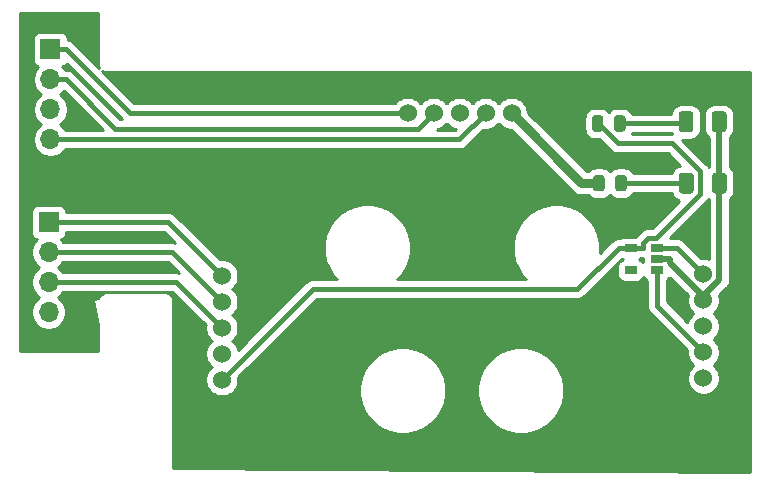
<source format=gbr>
%TF.GenerationSoftware,KiCad,Pcbnew,5.1.6-c6e7f7d~87~ubuntu20.04.1*%
%TF.CreationDate,2022-02-26T19:36:22+01:00*%
%TF.ProjectId,pick_n_place_head,7069636b-5f6e-45f7-906c-6163655f6865,rev?*%
%TF.SameCoordinates,PX5f36538PY5a45498*%
%TF.FileFunction,Copper,L1,Top*%
%TF.FilePolarity,Positive*%
%FSLAX46Y46*%
G04 Gerber Fmt 4.6, Leading zero omitted, Abs format (unit mm)*
G04 Created by KiCad (PCBNEW 5.1.6-c6e7f7d~87~ubuntu20.04.1) date 2022-02-26 19:36:22*
%MOMM*%
%LPD*%
G01*
G04 APERTURE LIST*
%TA.AperFunction,ComponentPad*%
%ADD10O,1.700000X1.700000*%
%TD*%
%TA.AperFunction,ComponentPad*%
%ADD11R,1.700000X1.700000*%
%TD*%
%TA.AperFunction,ComponentPad*%
%ADD12C,1.524000*%
%TD*%
%TA.AperFunction,SMDPad,CuDef*%
%ADD13R,1.060000X0.650000*%
%TD*%
%TA.AperFunction,Conductor*%
%ADD14C,0.400000*%
%TD*%
%TA.AperFunction,Conductor*%
%ADD15C,0.500000*%
%TD*%
%TA.AperFunction,Conductor*%
%ADD16C,0.800000*%
%TD*%
%TA.AperFunction,NonConductor*%
%ADD17C,0.254000*%
%TD*%
G04 APERTURE END LIST*
D10*
%TO.P,Amot1,4*%
%TO.N,A2B*%
X-9565640Y28285440D03*
%TO.P,Amot1,3*%
%TO.N,A1B*%
X-9565640Y30825440D03*
%TO.P,Amot1,2*%
%TO.N,A2A*%
X-9565640Y33365440D03*
D11*
%TO.P,Amot1,1*%
%TO.N,A1A*%
X-9565640Y35905440D03*
%TD*%
%TO.P,blue1,2*%
%TO.N,Net-(R1-Pad2)*%
%TA.AperFunction,SMDPad,CuDef*%
G36*
G01*
X44901760Y25202040D02*
X44901760Y23952040D01*
G75*
G02*
X44651760Y23702040I-250000J0D01*
G01*
X43901760Y23702040D01*
G75*
G02*
X43651760Y23952040I0J250000D01*
G01*
X43651760Y25202040D01*
G75*
G02*
X43901760Y25452040I250000J0D01*
G01*
X44651760Y25452040D01*
G75*
G02*
X44901760Y25202040I0J-250000D01*
G01*
G37*
%TD.AperFunction*%
%TO.P,blue1,1*%
%TO.N,GND*%
%TA.AperFunction,SMDPad,CuDef*%
G36*
G01*
X47701760Y25202040D02*
X47701760Y23952040D01*
G75*
G02*
X47451760Y23702040I-250000J0D01*
G01*
X46701760Y23702040D01*
G75*
G02*
X46451760Y23952040I0J250000D01*
G01*
X46451760Y25202040D01*
G75*
G02*
X46701760Y25452040I250000J0D01*
G01*
X47451760Y25452040D01*
G75*
G02*
X47701760Y25202040I0J-250000D01*
G01*
G37*
%TD.AperFunction*%
%TD*%
%TO.P,green1,1*%
%TO.N,GND*%
%TA.AperFunction,SMDPad,CuDef*%
G36*
G01*
X47678760Y30409040D02*
X47678760Y29159040D01*
G75*
G02*
X47428760Y28909040I-250000J0D01*
G01*
X46678760Y28909040D01*
G75*
G02*
X46428760Y29159040I0J250000D01*
G01*
X46428760Y30409040D01*
G75*
G02*
X46678760Y30659040I250000J0D01*
G01*
X47428760Y30659040D01*
G75*
G02*
X47678760Y30409040I0J-250000D01*
G01*
G37*
%TD.AperFunction*%
%TO.P,green1,2*%
%TO.N,Net-(R2-Pad2)*%
%TA.AperFunction,SMDPad,CuDef*%
G36*
G01*
X44878760Y30409040D02*
X44878760Y29159040D01*
G75*
G02*
X44628760Y28909040I-250000J0D01*
G01*
X43878760Y28909040D01*
G75*
G02*
X43628760Y29159040I0J250000D01*
G01*
X43628760Y30409040D01*
G75*
G02*
X43878760Y30659040I250000J0D01*
G01*
X44628760Y30659040D01*
G75*
G02*
X44878760Y30409040I0J-250000D01*
G01*
G37*
%TD.AperFunction*%
%TD*%
D12*
%TO.P,M1,1*%
%TO.N,Z1A*%
X4962760Y16734240D03*
%TO.P,M1,2*%
%TO.N,Z2A*%
X4962760Y14534240D03*
%TO.P,M1,3*%
%TO.N,Z1B*%
X4962760Y12334240D03*
%TO.P,M1,4*%
%TO.N,Z2B*%
X4962760Y10134240D03*
%TO.P,M1,5*%
%TO.N,+3V3*%
X4962760Y7934240D03*
%TD*%
%TO.P,M2,5*%
%TO.N,pwm*%
X45729760Y8061240D03*
%TO.P,M2,4*%
%TO.N,SCL*%
X45729760Y10261240D03*
%TO.P,M2,3*%
%TO.N,limZ*%
X45729760Y12461240D03*
%TO.P,M2,2*%
%TO.N,GND*%
X45729760Y14661240D03*
%TO.P,M2,1*%
%TO.N,SDA*%
X45729760Y16861240D03*
%TD*%
%TO.P,M3,1*%
%TO.N,+12V*%
X29479760Y30495240D03*
%TO.P,M3,2*%
%TO.N,A2B*%
X27279760Y30495240D03*
%TO.P,M3,3*%
%TO.N,A1B*%
X25079760Y30495240D03*
%TO.P,M3,4*%
%TO.N,A2A*%
X22879760Y30495240D03*
%TO.P,M3,5*%
%TO.N,A1A*%
X20679760Y30495240D03*
%TD*%
%TO.P,R1,2*%
%TO.N,Net-(R1-Pad2)*%
%TA.AperFunction,SMDPad,CuDef*%
G36*
G01*
X38257760Y24120790D02*
X38257760Y25033290D01*
G75*
G02*
X38501510Y25277040I243750J0D01*
G01*
X38989010Y25277040D01*
G75*
G02*
X39232760Y25033290I0J-243750D01*
G01*
X39232760Y24120790D01*
G75*
G02*
X38989010Y23877040I-243750J0D01*
G01*
X38501510Y23877040D01*
G75*
G02*
X38257760Y24120790I0J243750D01*
G01*
G37*
%TD.AperFunction*%
%TO.P,R1,1*%
%TO.N,+12V*%
%TA.AperFunction,SMDPad,CuDef*%
G36*
G01*
X36382760Y24120790D02*
X36382760Y25033290D01*
G75*
G02*
X36626510Y25277040I243750J0D01*
G01*
X37114010Y25277040D01*
G75*
G02*
X37357760Y25033290I0J-243750D01*
G01*
X37357760Y24120790D01*
G75*
G02*
X37114010Y23877040I-243750J0D01*
G01*
X36626510Y23877040D01*
G75*
G02*
X36382760Y24120790I0J243750D01*
G01*
G37*
%TD.AperFunction*%
%TD*%
%TO.P,R2,1*%
%TO.N,+3V3*%
%TA.AperFunction,SMDPad,CuDef*%
G36*
G01*
X36278760Y29175390D02*
X36278760Y30087890D01*
G75*
G02*
X36522510Y30331640I243750J0D01*
G01*
X37010010Y30331640D01*
G75*
G02*
X37253760Y30087890I0J-243750D01*
G01*
X37253760Y29175390D01*
G75*
G02*
X37010010Y28931640I-243750J0D01*
G01*
X36522510Y28931640D01*
G75*
G02*
X36278760Y29175390I0J243750D01*
G01*
G37*
%TD.AperFunction*%
%TO.P,R2,2*%
%TO.N,Net-(R2-Pad2)*%
%TA.AperFunction,SMDPad,CuDef*%
G36*
G01*
X38153760Y29175390D02*
X38153760Y30087890D01*
G75*
G02*
X38397510Y30331640I243750J0D01*
G01*
X38885010Y30331640D01*
G75*
G02*
X39128760Y30087890I0J-243750D01*
G01*
X39128760Y29175390D01*
G75*
G02*
X38885010Y28931640I-243750J0D01*
G01*
X38397510Y28931640D01*
G75*
G02*
X38153760Y29175390I0J243750D01*
G01*
G37*
%TD.AperFunction*%
%TD*%
D13*
%TO.P,U1,1*%
%TO.N,SCL*%
X41775760Y17200840D03*
%TO.P,U1,2*%
%TO.N,GND*%
X41775760Y18150840D03*
%TO.P,U1,3*%
%TO.N,SDA*%
X41775760Y19100840D03*
%TO.P,U1,4*%
%TO.N,+3V3*%
X39575760Y19100840D03*
%TO.P,U1,5*%
%TO.N,Net-(U1-Pad5)*%
X39575760Y17200840D03*
%TD*%
D11*
%TO.P,Zmot1,1*%
%TO.N,Z1A*%
X-9718040Y21275040D03*
D10*
%TO.P,Zmot1,2*%
%TO.N,Z2A*%
X-9718040Y18735040D03*
%TO.P,Zmot1,3*%
%TO.N,Z1B*%
X-9718040Y16195040D03*
%TO.P,Zmot1,4*%
%TO.N,Z2B*%
X-9718040Y13655040D03*
%TD*%
D14*
%TO.N,A2B*%
X-9565640Y28285440D02*
X-8215340Y28285440D01*
X27279760Y30495240D02*
X25069960Y28285440D01*
X25069960Y28285440D02*
X-8215340Y28285440D01*
%TO.N,A2A*%
X-9565640Y33365440D02*
X-8215340Y33365440D01*
X22879760Y30495240D02*
X21587760Y29203240D01*
X21587760Y29203240D02*
X-4053140Y29203240D01*
X-4053140Y29203240D02*
X-8215340Y33365440D01*
%TO.N,A1A*%
X20679760Y30495240D02*
X-2805140Y30495240D01*
X-2805140Y30495240D02*
X-8215340Y35905440D01*
X-9565640Y35905440D02*
X-8215340Y35905440D01*
%TO.N,Net-(R1-Pad2)*%
X38745260Y24577040D02*
X44276760Y24577040D01*
D15*
%TO.N,GND*%
X45726560Y14990040D02*
X47076760Y16340240D01*
X47076760Y16340240D02*
X47076760Y24577040D01*
X45729760Y14661240D02*
X45726460Y14664540D01*
X45726460Y14664540D02*
X45726460Y14989940D01*
X45726460Y14989940D02*
X45726560Y14990040D01*
X42856060Y18150840D02*
X42856060Y17860440D01*
X42856060Y17860440D02*
X45726560Y14990040D01*
X41775760Y18150840D02*
X42856060Y18150840D01*
X47053760Y29784040D02*
X47076760Y29761040D01*
X47076760Y29761040D02*
X47076760Y24577040D01*
D14*
%TO.N,Net-(R2-Pad2)*%
X38641260Y29631640D02*
X44101360Y29631640D01*
X44101360Y29631640D02*
X44253760Y29784040D01*
%TO.N,Z1A*%
X-9718040Y21275040D02*
X421960Y21275040D01*
X421960Y21275040D02*
X4962760Y16734240D01*
%TO.N,Z2A*%
X-9718040Y18735040D02*
X761960Y18735040D01*
X761960Y18735040D02*
X4962760Y14534240D01*
%TO.N,Z1B*%
X-9718040Y16195040D02*
X1101960Y16195040D01*
X1101960Y16195040D02*
X4962760Y12334240D01*
%TO.N,+3V3*%
X39575760Y19100840D02*
X38545460Y19100840D01*
X38545460Y19100840D02*
X35054960Y15610340D01*
X35054960Y15610340D02*
X12638860Y15610340D01*
X12638860Y15610340D02*
X4962760Y7934240D01*
X39915860Y19100840D02*
X39575760Y19100840D01*
X39915860Y19100840D02*
X40606060Y19100840D01*
X40606060Y19100840D02*
X40606060Y19513540D01*
X40606060Y19513540D02*
X41018660Y19926140D01*
X41018660Y19926140D02*
X41695960Y19926140D01*
X41695960Y19926140D02*
X45416160Y23646340D01*
X45416160Y23646340D02*
X45416160Y25572140D01*
X45416160Y25572140D02*
X43049760Y27938540D01*
X43049760Y27938540D02*
X38459360Y27938540D01*
X38459360Y27938540D02*
X36766260Y29631640D01*
%TO.N,SCL*%
X41775760Y17200840D02*
X41775760Y14215240D01*
X41775760Y14215240D02*
X45729760Y10261240D01*
%TO.N,SDA*%
X41775760Y19100840D02*
X43490160Y19100840D01*
X43490160Y19100840D02*
X45729760Y16861240D01*
D16*
%TO.N,+12V*%
X36870260Y24577040D02*
X35397960Y24577040D01*
X35397960Y24577040D02*
X29479760Y30495240D01*
%TD*%
D17*
G36*
X-5522240Y34689287D02*
G01*
X-5525554Y34655640D01*
X-5512328Y34521357D01*
X-5473159Y34392234D01*
X-5417919Y34288886D01*
X-7595894Y36466861D01*
X-7622049Y36498731D01*
X-7749194Y36603076D01*
X-7894253Y36680612D01*
X-8051651Y36728358D01*
X-8077568Y36730911D01*
X-8077568Y36755440D01*
X-8089828Y36879922D01*
X-8126138Y36999620D01*
X-8185103Y37109934D01*
X-8264455Y37206625D01*
X-8361146Y37285977D01*
X-8471460Y37344942D01*
X-8591158Y37381252D01*
X-8715640Y37393512D01*
X-10415640Y37393512D01*
X-10540122Y37381252D01*
X-10659820Y37344942D01*
X-10770134Y37285977D01*
X-10866825Y37206625D01*
X-10946177Y37109934D01*
X-11005142Y36999620D01*
X-11041452Y36879922D01*
X-11053712Y36755440D01*
X-11053712Y35055440D01*
X-11041452Y34930958D01*
X-11005142Y34811260D01*
X-10946177Y34700946D01*
X-10866825Y34604255D01*
X-10770134Y34524903D01*
X-10659820Y34465938D01*
X-10587260Y34443927D01*
X-10719115Y34312072D01*
X-10881630Y34068851D01*
X-10993572Y33798598D01*
X-11050640Y33511700D01*
X-11050640Y33219180D01*
X-10993572Y32932282D01*
X-10881630Y32662029D01*
X-10719115Y32418808D01*
X-10512272Y32211965D01*
X-10337880Y32095440D01*
X-10512272Y31978915D01*
X-10719115Y31772072D01*
X-10881630Y31528851D01*
X-10993572Y31258598D01*
X-11050640Y30971700D01*
X-11050640Y30679180D01*
X-10993572Y30392282D01*
X-10881630Y30122029D01*
X-10719115Y29878808D01*
X-10512272Y29671965D01*
X-10337880Y29555440D01*
X-10512272Y29438915D01*
X-10719115Y29232072D01*
X-10881630Y28988851D01*
X-10993572Y28718598D01*
X-11050640Y28431700D01*
X-11050640Y28139180D01*
X-10993572Y27852282D01*
X-10881630Y27582029D01*
X-10719115Y27338808D01*
X-10512272Y27131965D01*
X-10269051Y26969450D01*
X-9998798Y26857508D01*
X-9711900Y26800440D01*
X-9419380Y26800440D01*
X-9132482Y26857508D01*
X-8862229Y26969450D01*
X-8619008Y27131965D01*
X-8412165Y27338808D01*
X-8337575Y27450440D01*
X25028942Y27450440D01*
X25069960Y27446400D01*
X25110978Y27450440D01*
X25110979Y27450440D01*
X25233649Y27462522D01*
X25391047Y27510268D01*
X25536106Y27587804D01*
X25663251Y27692149D01*
X25689406Y27724019D01*
X27076658Y29111271D01*
X27142168Y29098240D01*
X27417352Y29098240D01*
X27687250Y29151926D01*
X27941487Y29257235D01*
X28170295Y29410120D01*
X28364880Y29604705D01*
X28379760Y29626974D01*
X28394640Y29604705D01*
X28589225Y29410120D01*
X28818033Y29257235D01*
X29072270Y29151926D01*
X29342168Y29098240D01*
X29413050Y29098240D01*
X34630157Y23881132D01*
X34662564Y23841644D01*
X34702052Y23809237D01*
X34820162Y23712306D01*
X34866089Y23687758D01*
X34999967Y23616199D01*
X35195065Y23557016D01*
X35347122Y23542040D01*
X35347125Y23542040D01*
X35397960Y23537033D01*
X35448795Y23542040D01*
X35966208Y23542040D01*
X36002968Y23497248D01*
X36136596Y23387582D01*
X36289051Y23306093D01*
X36454475Y23255912D01*
X36626510Y23238968D01*
X37114010Y23238968D01*
X37286045Y23255912D01*
X37451469Y23306093D01*
X37603924Y23387582D01*
X37737552Y23497248D01*
X37807760Y23582796D01*
X37877968Y23497248D01*
X38011596Y23387582D01*
X38164051Y23306093D01*
X38329475Y23255912D01*
X38501510Y23238968D01*
X38989010Y23238968D01*
X39161045Y23255912D01*
X39326469Y23306093D01*
X39478924Y23387582D01*
X39612552Y23497248D01*
X39722218Y23630876D01*
X39781636Y23742040D01*
X43041899Y23742040D01*
X43081288Y23612190D01*
X43163355Y23458654D01*
X43273798Y23324078D01*
X43408374Y23213635D01*
X43561910Y23131568D01*
X43683605Y23094653D01*
X41350093Y20761140D01*
X41059678Y20761140D01*
X41018660Y20765180D01*
X40977642Y20761140D01*
X40977641Y20761140D01*
X40854971Y20749058D01*
X40697573Y20701312D01*
X40552514Y20623776D01*
X40425369Y20519431D01*
X40399221Y20487569D01*
X40044634Y20132981D01*
X40012770Y20106831D01*
X39977547Y20063912D01*
X39045760Y20063912D01*
X38921278Y20051652D01*
X38801580Y20015342D01*
X38691266Y19956377D01*
X38666242Y19935840D01*
X38586467Y19935840D01*
X38545459Y19939879D01*
X38504451Y19935840D01*
X38504441Y19935840D01*
X38381771Y19923758D01*
X38224373Y19876012D01*
X38079314Y19798476D01*
X37952169Y19694131D01*
X37926019Y19662267D01*
X36935935Y18672183D01*
X36949919Y18742486D01*
X36949919Y19468794D01*
X36808224Y20181145D01*
X36530278Y20852165D01*
X36126764Y21456067D01*
X35613187Y21969644D01*
X35009285Y22373158D01*
X34338265Y22651104D01*
X33625914Y22792799D01*
X32899606Y22792799D01*
X32187255Y22651104D01*
X31516235Y22373158D01*
X30912333Y21969644D01*
X30398756Y21456067D01*
X29995242Y20852165D01*
X29717296Y20181145D01*
X29575601Y19468794D01*
X29575601Y18742486D01*
X29717296Y18030135D01*
X29995242Y17359115D01*
X30398756Y16755213D01*
X30708629Y16445340D01*
X19816891Y16445340D01*
X20126764Y16755213D01*
X20530278Y17359115D01*
X20808224Y18030135D01*
X20949919Y18742486D01*
X20949919Y19468794D01*
X20808224Y20181145D01*
X20530278Y20852165D01*
X20126764Y21456067D01*
X19613187Y21969644D01*
X19009285Y22373158D01*
X18338265Y22651104D01*
X17625914Y22792799D01*
X16899606Y22792799D01*
X16187255Y22651104D01*
X15516235Y22373158D01*
X14912333Y21969644D01*
X14398756Y21456067D01*
X13995242Y20852165D01*
X13717296Y20181145D01*
X13575601Y19468794D01*
X13575601Y18742486D01*
X13717296Y18030135D01*
X13995242Y17359115D01*
X14398756Y16755213D01*
X14708629Y16445340D01*
X12679878Y16445340D01*
X12638860Y16449380D01*
X12597842Y16445340D01*
X12597841Y16445340D01*
X12475171Y16433258D01*
X12317773Y16385512D01*
X12172714Y16307976D01*
X12045569Y16203631D01*
X12019423Y16171772D01*
X6319896Y10472243D01*
X6306074Y10541730D01*
X6200765Y10795967D01*
X6047880Y11024775D01*
X5853295Y11219360D01*
X5831026Y11234240D01*
X5853295Y11249120D01*
X6047880Y11443705D01*
X6200765Y11672513D01*
X6306074Y11926750D01*
X6359760Y12196648D01*
X6359760Y12471832D01*
X6306074Y12741730D01*
X6200765Y12995967D01*
X6047880Y13224775D01*
X5853295Y13419360D01*
X5831026Y13434240D01*
X5853295Y13449120D01*
X6047880Y13643705D01*
X6200765Y13872513D01*
X6306074Y14126750D01*
X6359760Y14396648D01*
X6359760Y14671832D01*
X6306074Y14941730D01*
X6200765Y15195967D01*
X6047880Y15424775D01*
X5853295Y15619360D01*
X5831026Y15634240D01*
X5853295Y15649120D01*
X6047880Y15843705D01*
X6200765Y16072513D01*
X6306074Y16326750D01*
X6359760Y16596648D01*
X6359760Y16871832D01*
X6306074Y17141730D01*
X6200765Y17395967D01*
X6047880Y17624775D01*
X5853295Y17819360D01*
X5624487Y17972245D01*
X5370250Y18077554D01*
X5100352Y18131240D01*
X4825168Y18131240D01*
X4759659Y18118209D01*
X1041406Y21836461D01*
X1015251Y21868331D01*
X888106Y21972676D01*
X743047Y22050212D01*
X585649Y22097958D01*
X462979Y22110040D01*
X462978Y22110040D01*
X421960Y22114080D01*
X380942Y22110040D01*
X-8229968Y22110040D01*
X-8229968Y22125040D01*
X-8242228Y22249522D01*
X-8278538Y22369220D01*
X-8337503Y22479534D01*
X-8416855Y22576225D01*
X-8513546Y22655577D01*
X-8623860Y22714542D01*
X-8743558Y22750852D01*
X-8868040Y22763112D01*
X-10568040Y22763112D01*
X-10692522Y22750852D01*
X-10812220Y22714542D01*
X-10922534Y22655577D01*
X-11019225Y22576225D01*
X-11098577Y22479534D01*
X-11157542Y22369220D01*
X-11193852Y22249522D01*
X-11206112Y22125040D01*
X-11206112Y20425040D01*
X-11193852Y20300558D01*
X-11157542Y20180860D01*
X-11098577Y20070546D01*
X-11019225Y19973855D01*
X-10922534Y19894503D01*
X-10812220Y19835538D01*
X-10739660Y19813527D01*
X-10871515Y19681672D01*
X-11034030Y19438451D01*
X-11145972Y19168198D01*
X-11203040Y18881300D01*
X-11203040Y18588780D01*
X-11145972Y18301882D01*
X-11034030Y18031629D01*
X-10871515Y17788408D01*
X-10664672Y17581565D01*
X-10490280Y17465040D01*
X-10664672Y17348515D01*
X-10871515Y17141672D01*
X-11034030Y16898451D01*
X-11145972Y16628198D01*
X-11203040Y16341300D01*
X-11203040Y16048780D01*
X-11145972Y15761882D01*
X-11034030Y15491629D01*
X-10871515Y15248408D01*
X-10664672Y15041565D01*
X-10490280Y14925040D01*
X-10664672Y14808515D01*
X-10871515Y14601672D01*
X-11034030Y14358451D01*
X-11145972Y14088198D01*
X-11203040Y13801300D01*
X-11203040Y13508780D01*
X-11145972Y13221882D01*
X-11034030Y12951629D01*
X-10871515Y12708408D01*
X-10664672Y12501565D01*
X-10421451Y12339050D01*
X-10151198Y12227108D01*
X-9864300Y12170040D01*
X-9571780Y12170040D01*
X-9284882Y12227108D01*
X-9014629Y12339050D01*
X-8771408Y12501565D01*
X-8564565Y12708408D01*
X-8402050Y12951629D01*
X-8290108Y13221882D01*
X-8233040Y13508780D01*
X-8233040Y13801300D01*
X-8290108Y14088198D01*
X-8402050Y14358451D01*
X-8564565Y14601672D01*
X-8771408Y14808515D01*
X-8945800Y14925040D01*
X-8771408Y15041565D01*
X-8564565Y15248408D01*
X-8489975Y15360040D01*
X756093Y15360040D01*
X3578791Y12537341D01*
X3565760Y12471832D01*
X3565760Y12196648D01*
X3619446Y11926750D01*
X3724755Y11672513D01*
X3877640Y11443705D01*
X4072225Y11249120D01*
X4094494Y11234240D01*
X4072225Y11219360D01*
X3877640Y11024775D01*
X3724755Y10795967D01*
X3619446Y10541730D01*
X3565760Y10271832D01*
X3565760Y9996648D01*
X3619446Y9726750D01*
X3724755Y9472513D01*
X3877640Y9243705D01*
X4072225Y9049120D01*
X4094494Y9034240D01*
X4072225Y9019360D01*
X3877640Y8824775D01*
X3724755Y8595967D01*
X3619446Y8341730D01*
X3565760Y8071832D01*
X3565760Y7796648D01*
X3619446Y7526750D01*
X3724755Y7272513D01*
X3877640Y7043705D01*
X4072225Y6849120D01*
X4301033Y6696235D01*
X4555270Y6590926D01*
X4825168Y6537240D01*
X5100352Y6537240D01*
X5370250Y6590926D01*
X5624487Y6696235D01*
X5853295Y6849120D01*
X6047880Y7043705D01*
X6200765Y7272513D01*
X6248930Y7388794D01*
X16575601Y7388794D01*
X16575601Y6662486D01*
X16717296Y5950135D01*
X16995242Y5279115D01*
X17398756Y4675213D01*
X17912333Y4161636D01*
X18516235Y3758122D01*
X19187255Y3480176D01*
X19899606Y3338481D01*
X20625914Y3338481D01*
X21338265Y3480176D01*
X22009285Y3758122D01*
X22613187Y4161636D01*
X23126764Y4675213D01*
X23530278Y5279115D01*
X23808224Y5950135D01*
X23949919Y6662486D01*
X23949919Y7388794D01*
X26575601Y7388794D01*
X26575601Y6662486D01*
X26717296Y5950135D01*
X26995242Y5279115D01*
X27398756Y4675213D01*
X27912333Y4161636D01*
X28516235Y3758122D01*
X29187255Y3480176D01*
X29899606Y3338481D01*
X30625914Y3338481D01*
X31338265Y3480176D01*
X32009285Y3758122D01*
X32613187Y4161636D01*
X33126764Y4675213D01*
X33530278Y5279115D01*
X33808224Y5950135D01*
X33949919Y6662486D01*
X33949919Y7388794D01*
X33808224Y8101145D01*
X33530278Y8772165D01*
X33126764Y9376067D01*
X32613187Y9889644D01*
X32009285Y10293158D01*
X31338265Y10571104D01*
X30625914Y10712799D01*
X29899606Y10712799D01*
X29187255Y10571104D01*
X28516235Y10293158D01*
X27912333Y9889644D01*
X27398756Y9376067D01*
X26995242Y8772165D01*
X26717296Y8101145D01*
X26575601Y7388794D01*
X23949919Y7388794D01*
X23808224Y8101145D01*
X23530278Y8772165D01*
X23126764Y9376067D01*
X22613187Y9889644D01*
X22009285Y10293158D01*
X21338265Y10571104D01*
X20625914Y10712799D01*
X19899606Y10712799D01*
X19187255Y10571104D01*
X18516235Y10293158D01*
X17912333Y9889644D01*
X17398756Y9376067D01*
X16995242Y8772165D01*
X16717296Y8101145D01*
X16575601Y7388794D01*
X6248930Y7388794D01*
X6306074Y7526750D01*
X6359760Y7796648D01*
X6359760Y8071832D01*
X6346729Y8137342D01*
X12984729Y14775340D01*
X35013942Y14775340D01*
X35054960Y14771300D01*
X35095978Y14775340D01*
X35095979Y14775340D01*
X35218649Y14787422D01*
X35376047Y14835168D01*
X35521106Y14912704D01*
X35648251Y15017049D01*
X35674406Y15048919D01*
X38558247Y17932760D01*
X38515223Y17880334D01*
X38456258Y17770020D01*
X38419948Y17650322D01*
X38407688Y17525840D01*
X38407688Y16875840D01*
X38419948Y16751358D01*
X38456258Y16631660D01*
X38515223Y16521346D01*
X38594575Y16424655D01*
X38691266Y16345303D01*
X38801580Y16286338D01*
X38921278Y16250028D01*
X39045760Y16237768D01*
X40105760Y16237768D01*
X40230242Y16250028D01*
X40349940Y16286338D01*
X40460254Y16345303D01*
X40556945Y16424655D01*
X40636297Y16521346D01*
X40675760Y16595175D01*
X40715223Y16521346D01*
X40794575Y16424655D01*
X40891266Y16345303D01*
X40940760Y16318847D01*
X40940761Y14256268D01*
X40936720Y14215240D01*
X40952842Y14051552D01*
X41000588Y13894154D01*
X41072793Y13759069D01*
X41078125Y13749094D01*
X41182470Y13621949D01*
X41214334Y13595799D01*
X44345791Y10464342D01*
X44332760Y10398832D01*
X44332760Y10123648D01*
X44386446Y9853750D01*
X44491755Y9599513D01*
X44644640Y9370705D01*
X44839225Y9176120D01*
X44861494Y9161240D01*
X44839225Y9146360D01*
X44644640Y8951775D01*
X44491755Y8722967D01*
X44386446Y8468730D01*
X44332760Y8198832D01*
X44332760Y7923648D01*
X44386446Y7653750D01*
X44491755Y7399513D01*
X44644640Y7170705D01*
X44839225Y6976120D01*
X45068033Y6823235D01*
X45322270Y6717926D01*
X45592168Y6664240D01*
X45867352Y6664240D01*
X46137250Y6717926D01*
X46391487Y6823235D01*
X46620295Y6976120D01*
X46814880Y7170705D01*
X46967765Y7399513D01*
X47073074Y7653750D01*
X47126760Y7923648D01*
X47126760Y8198832D01*
X47073074Y8468730D01*
X46967765Y8722967D01*
X46814880Y8951775D01*
X46620295Y9146360D01*
X46598026Y9161240D01*
X46620295Y9176120D01*
X46814880Y9370705D01*
X46967765Y9599513D01*
X47073074Y9853750D01*
X47126760Y10123648D01*
X47126760Y10398832D01*
X47073074Y10668730D01*
X46967765Y10922967D01*
X46814880Y11151775D01*
X46620295Y11346360D01*
X46598026Y11361240D01*
X46620295Y11376120D01*
X46814880Y11570705D01*
X46967765Y11799513D01*
X47073074Y12053750D01*
X47126760Y12323648D01*
X47126760Y12598832D01*
X47073074Y12868730D01*
X46967765Y13122967D01*
X46814880Y13351775D01*
X46620295Y13546360D01*
X46598026Y13561240D01*
X46620295Y13576120D01*
X46814880Y13770705D01*
X46967765Y13999513D01*
X47073074Y14253750D01*
X47126760Y14523648D01*
X47126760Y14798832D01*
X47073074Y15068730D01*
X47068316Y15080217D01*
X47671810Y15683711D01*
X47705577Y15711423D01*
X47734250Y15746360D01*
X47816170Y15846180D01*
X47816171Y15846181D01*
X47898349Y15999927D01*
X47948955Y16166750D01*
X47961760Y16296763D01*
X47961760Y16296773D01*
X47966041Y16340239D01*
X47961760Y16383705D01*
X47961760Y23227270D01*
X48079722Y23324078D01*
X48190165Y23458654D01*
X48272232Y23612190D01*
X48322768Y23778786D01*
X48339832Y23952040D01*
X48339832Y25202040D01*
X48322768Y25375294D01*
X48272232Y25541890D01*
X48190165Y25695426D01*
X48079722Y25830002D01*
X47961760Y25926810D01*
X47961760Y28453145D01*
X48056722Y28531078D01*
X48167165Y28665654D01*
X48249232Y28819190D01*
X48299768Y28985786D01*
X48316832Y29159040D01*
X48316832Y30409040D01*
X48299768Y30582294D01*
X48249232Y30748890D01*
X48167165Y30902426D01*
X48056722Y31037002D01*
X47922146Y31147445D01*
X47768610Y31229512D01*
X47602014Y31280048D01*
X47428760Y31297112D01*
X46678760Y31297112D01*
X46505506Y31280048D01*
X46338910Y31229512D01*
X46185374Y31147445D01*
X46050798Y31037002D01*
X45940355Y30902426D01*
X45858288Y30748890D01*
X45807752Y30582294D01*
X45790688Y30409040D01*
X45790688Y29159040D01*
X45807752Y28985786D01*
X45858288Y28819190D01*
X45940355Y28665654D01*
X46050798Y28531078D01*
X46185374Y28420635D01*
X46191760Y28417221D01*
X46191761Y25926811D01*
X46178985Y25916326D01*
X46113796Y26038286D01*
X46009451Y26165431D01*
X45977587Y26191581D01*
X43898199Y28270968D01*
X44628760Y28270968D01*
X44802014Y28288032D01*
X44968610Y28338568D01*
X45122146Y28420635D01*
X45256722Y28531078D01*
X45367165Y28665654D01*
X45449232Y28819190D01*
X45499768Y28985786D01*
X45516832Y29159040D01*
X45516832Y30409040D01*
X45499768Y30582294D01*
X45449232Y30748890D01*
X45367165Y30902426D01*
X45256722Y31037002D01*
X45122146Y31147445D01*
X44968610Y31229512D01*
X44802014Y31280048D01*
X44628760Y31297112D01*
X43878760Y31297112D01*
X43705506Y31280048D01*
X43538910Y31229512D01*
X43385374Y31147445D01*
X43250798Y31037002D01*
X43140355Y30902426D01*
X43058288Y30748890D01*
X43007752Y30582294D01*
X42996361Y30466640D01*
X39677636Y30466640D01*
X39618218Y30577804D01*
X39508552Y30711432D01*
X39374924Y30821098D01*
X39222469Y30902587D01*
X39057045Y30952768D01*
X38885010Y30969712D01*
X38397510Y30969712D01*
X38225475Y30952768D01*
X38060051Y30902587D01*
X37907596Y30821098D01*
X37773968Y30711432D01*
X37703760Y30625884D01*
X37633552Y30711432D01*
X37499924Y30821098D01*
X37347469Y30902587D01*
X37182045Y30952768D01*
X37010010Y30969712D01*
X36522510Y30969712D01*
X36350475Y30952768D01*
X36185051Y30902587D01*
X36032596Y30821098D01*
X35898968Y30711432D01*
X35789302Y30577804D01*
X35707813Y30425349D01*
X35657632Y30259925D01*
X35640688Y30087890D01*
X35640688Y29175390D01*
X35657632Y29003355D01*
X35707813Y28837931D01*
X35789302Y28685476D01*
X35898968Y28551848D01*
X36032596Y28442182D01*
X36185051Y28360693D01*
X36350475Y28310512D01*
X36522510Y28293568D01*
X36923465Y28293568D01*
X37839919Y27377114D01*
X37866069Y27345249D01*
X37993214Y27240904D01*
X38138273Y27163368D01*
X38295671Y27115622D01*
X38459360Y27099500D01*
X38500378Y27103540D01*
X42703893Y27103540D01*
X43733857Y26073575D01*
X43728506Y26073048D01*
X43561910Y26022512D01*
X43408374Y25940445D01*
X43273798Y25830002D01*
X43163355Y25695426D01*
X43081288Y25541890D01*
X43041899Y25412040D01*
X39781636Y25412040D01*
X39722218Y25523204D01*
X39612552Y25656832D01*
X39478924Y25766498D01*
X39326469Y25847987D01*
X39161045Y25898168D01*
X38989010Y25915112D01*
X38501510Y25915112D01*
X38329475Y25898168D01*
X38164051Y25847987D01*
X38011596Y25766498D01*
X37877968Y25656832D01*
X37807760Y25571284D01*
X37737552Y25656832D01*
X37603924Y25766498D01*
X37451469Y25847987D01*
X37286045Y25898168D01*
X37114010Y25915112D01*
X36626510Y25915112D01*
X36454475Y25898168D01*
X36289051Y25847987D01*
X36136596Y25766498D01*
X36002968Y25656832D01*
X35966208Y25612040D01*
X35826671Y25612040D01*
X30876760Y30561950D01*
X30876760Y30632832D01*
X30823074Y30902730D01*
X30717765Y31156967D01*
X30564880Y31385775D01*
X30370295Y31580360D01*
X30141487Y31733245D01*
X29887250Y31838554D01*
X29617352Y31892240D01*
X29342168Y31892240D01*
X29072270Y31838554D01*
X28818033Y31733245D01*
X28589225Y31580360D01*
X28394640Y31385775D01*
X28379760Y31363506D01*
X28364880Y31385775D01*
X28170295Y31580360D01*
X27941487Y31733245D01*
X27687250Y31838554D01*
X27417352Y31892240D01*
X27142168Y31892240D01*
X26872270Y31838554D01*
X26618033Y31733245D01*
X26389225Y31580360D01*
X26194640Y31385775D01*
X26179760Y31363506D01*
X26164880Y31385775D01*
X25970295Y31580360D01*
X25741487Y31733245D01*
X25487250Y31838554D01*
X25217352Y31892240D01*
X24942168Y31892240D01*
X24672270Y31838554D01*
X24418033Y31733245D01*
X24189225Y31580360D01*
X23994640Y31385775D01*
X23979760Y31363506D01*
X23964880Y31385775D01*
X23770295Y31580360D01*
X23541487Y31733245D01*
X23287250Y31838554D01*
X23017352Y31892240D01*
X22742168Y31892240D01*
X22472270Y31838554D01*
X22218033Y31733245D01*
X21989225Y31580360D01*
X21794640Y31385775D01*
X21779760Y31363506D01*
X21764880Y31385775D01*
X21570295Y31580360D01*
X21341487Y31733245D01*
X21087250Y31838554D01*
X20817352Y31892240D01*
X20542168Y31892240D01*
X20272270Y31838554D01*
X20018033Y31733245D01*
X19789225Y31580360D01*
X19594640Y31385775D01*
X19557533Y31330240D01*
X-2459272Y31330240D01*
X-5203994Y34074961D01*
X-5100646Y34019721D01*
X-4971523Y33980552D01*
X-4837240Y33967326D01*
X-4803593Y33970640D01*
X49677760Y33970640D01*
X49677761Y129616D01*
X847760Y456255D01*
X847760Y14621993D01*
X851074Y14655640D01*
X837848Y14789923D01*
X798679Y14919046D01*
X735072Y15038047D01*
X649471Y15142351D01*
X545167Y15227952D01*
X426166Y15291559D01*
X297043Y15330728D01*
X196407Y15340640D01*
X162760Y15343954D01*
X129113Y15340640D01*
X-4803593Y15340640D01*
X-4837240Y15343954D01*
X-4870887Y15340640D01*
X-4971523Y15330728D01*
X-5100646Y15291559D01*
X-5219647Y15227952D01*
X-5323951Y15142351D01*
X-5409552Y15038047D01*
X-5473159Y14919046D01*
X-5501010Y14827234D01*
X-5860756Y14802829D01*
X-5885310Y14798717D01*
X-5908591Y14789894D01*
X-5929703Y14776699D01*
X-5947835Y14759638D01*
X-5962290Y14739368D01*
X-5972513Y14716668D01*
X-5978111Y14692409D01*
X-5978869Y14667524D01*
X-5976152Y14648645D01*
X-5522240Y12600160D01*
X-5522239Y10340640D01*
X-12152240Y10340640D01*
X-12152240Y38970640D01*
X-5522239Y38970640D01*
X-5522240Y34689287D01*
G37*
X-5522240Y34689287D02*
X-5525554Y34655640D01*
X-5512328Y34521357D01*
X-5473159Y34392234D01*
X-5417919Y34288886D01*
X-7595894Y36466861D01*
X-7622049Y36498731D01*
X-7749194Y36603076D01*
X-7894253Y36680612D01*
X-8051651Y36728358D01*
X-8077568Y36730911D01*
X-8077568Y36755440D01*
X-8089828Y36879922D01*
X-8126138Y36999620D01*
X-8185103Y37109934D01*
X-8264455Y37206625D01*
X-8361146Y37285977D01*
X-8471460Y37344942D01*
X-8591158Y37381252D01*
X-8715640Y37393512D01*
X-10415640Y37393512D01*
X-10540122Y37381252D01*
X-10659820Y37344942D01*
X-10770134Y37285977D01*
X-10866825Y37206625D01*
X-10946177Y37109934D01*
X-11005142Y36999620D01*
X-11041452Y36879922D01*
X-11053712Y36755440D01*
X-11053712Y35055440D01*
X-11041452Y34930958D01*
X-11005142Y34811260D01*
X-10946177Y34700946D01*
X-10866825Y34604255D01*
X-10770134Y34524903D01*
X-10659820Y34465938D01*
X-10587260Y34443927D01*
X-10719115Y34312072D01*
X-10881630Y34068851D01*
X-10993572Y33798598D01*
X-11050640Y33511700D01*
X-11050640Y33219180D01*
X-10993572Y32932282D01*
X-10881630Y32662029D01*
X-10719115Y32418808D01*
X-10512272Y32211965D01*
X-10337880Y32095440D01*
X-10512272Y31978915D01*
X-10719115Y31772072D01*
X-10881630Y31528851D01*
X-10993572Y31258598D01*
X-11050640Y30971700D01*
X-11050640Y30679180D01*
X-10993572Y30392282D01*
X-10881630Y30122029D01*
X-10719115Y29878808D01*
X-10512272Y29671965D01*
X-10337880Y29555440D01*
X-10512272Y29438915D01*
X-10719115Y29232072D01*
X-10881630Y28988851D01*
X-10993572Y28718598D01*
X-11050640Y28431700D01*
X-11050640Y28139180D01*
X-10993572Y27852282D01*
X-10881630Y27582029D01*
X-10719115Y27338808D01*
X-10512272Y27131965D01*
X-10269051Y26969450D01*
X-9998798Y26857508D01*
X-9711900Y26800440D01*
X-9419380Y26800440D01*
X-9132482Y26857508D01*
X-8862229Y26969450D01*
X-8619008Y27131965D01*
X-8412165Y27338808D01*
X-8337575Y27450440D01*
X25028942Y27450440D01*
X25069960Y27446400D01*
X25110978Y27450440D01*
X25110979Y27450440D01*
X25233649Y27462522D01*
X25391047Y27510268D01*
X25536106Y27587804D01*
X25663251Y27692149D01*
X25689406Y27724019D01*
X27076658Y29111271D01*
X27142168Y29098240D01*
X27417352Y29098240D01*
X27687250Y29151926D01*
X27941487Y29257235D01*
X28170295Y29410120D01*
X28364880Y29604705D01*
X28379760Y29626974D01*
X28394640Y29604705D01*
X28589225Y29410120D01*
X28818033Y29257235D01*
X29072270Y29151926D01*
X29342168Y29098240D01*
X29413050Y29098240D01*
X34630157Y23881132D01*
X34662564Y23841644D01*
X34702052Y23809237D01*
X34820162Y23712306D01*
X34866089Y23687758D01*
X34999967Y23616199D01*
X35195065Y23557016D01*
X35347122Y23542040D01*
X35347125Y23542040D01*
X35397960Y23537033D01*
X35448795Y23542040D01*
X35966208Y23542040D01*
X36002968Y23497248D01*
X36136596Y23387582D01*
X36289051Y23306093D01*
X36454475Y23255912D01*
X36626510Y23238968D01*
X37114010Y23238968D01*
X37286045Y23255912D01*
X37451469Y23306093D01*
X37603924Y23387582D01*
X37737552Y23497248D01*
X37807760Y23582796D01*
X37877968Y23497248D01*
X38011596Y23387582D01*
X38164051Y23306093D01*
X38329475Y23255912D01*
X38501510Y23238968D01*
X38989010Y23238968D01*
X39161045Y23255912D01*
X39326469Y23306093D01*
X39478924Y23387582D01*
X39612552Y23497248D01*
X39722218Y23630876D01*
X39781636Y23742040D01*
X43041899Y23742040D01*
X43081288Y23612190D01*
X43163355Y23458654D01*
X43273798Y23324078D01*
X43408374Y23213635D01*
X43561910Y23131568D01*
X43683605Y23094653D01*
X41350093Y20761140D01*
X41059678Y20761140D01*
X41018660Y20765180D01*
X40977642Y20761140D01*
X40977641Y20761140D01*
X40854971Y20749058D01*
X40697573Y20701312D01*
X40552514Y20623776D01*
X40425369Y20519431D01*
X40399221Y20487569D01*
X40044634Y20132981D01*
X40012770Y20106831D01*
X39977547Y20063912D01*
X39045760Y20063912D01*
X38921278Y20051652D01*
X38801580Y20015342D01*
X38691266Y19956377D01*
X38666242Y19935840D01*
X38586467Y19935840D01*
X38545459Y19939879D01*
X38504451Y19935840D01*
X38504441Y19935840D01*
X38381771Y19923758D01*
X38224373Y19876012D01*
X38079314Y19798476D01*
X37952169Y19694131D01*
X37926019Y19662267D01*
X36935935Y18672183D01*
X36949919Y18742486D01*
X36949919Y19468794D01*
X36808224Y20181145D01*
X36530278Y20852165D01*
X36126764Y21456067D01*
X35613187Y21969644D01*
X35009285Y22373158D01*
X34338265Y22651104D01*
X33625914Y22792799D01*
X32899606Y22792799D01*
X32187255Y22651104D01*
X31516235Y22373158D01*
X30912333Y21969644D01*
X30398756Y21456067D01*
X29995242Y20852165D01*
X29717296Y20181145D01*
X29575601Y19468794D01*
X29575601Y18742486D01*
X29717296Y18030135D01*
X29995242Y17359115D01*
X30398756Y16755213D01*
X30708629Y16445340D01*
X19816891Y16445340D01*
X20126764Y16755213D01*
X20530278Y17359115D01*
X20808224Y18030135D01*
X20949919Y18742486D01*
X20949919Y19468794D01*
X20808224Y20181145D01*
X20530278Y20852165D01*
X20126764Y21456067D01*
X19613187Y21969644D01*
X19009285Y22373158D01*
X18338265Y22651104D01*
X17625914Y22792799D01*
X16899606Y22792799D01*
X16187255Y22651104D01*
X15516235Y22373158D01*
X14912333Y21969644D01*
X14398756Y21456067D01*
X13995242Y20852165D01*
X13717296Y20181145D01*
X13575601Y19468794D01*
X13575601Y18742486D01*
X13717296Y18030135D01*
X13995242Y17359115D01*
X14398756Y16755213D01*
X14708629Y16445340D01*
X12679878Y16445340D01*
X12638860Y16449380D01*
X12597842Y16445340D01*
X12597841Y16445340D01*
X12475171Y16433258D01*
X12317773Y16385512D01*
X12172714Y16307976D01*
X12045569Y16203631D01*
X12019423Y16171772D01*
X6319896Y10472243D01*
X6306074Y10541730D01*
X6200765Y10795967D01*
X6047880Y11024775D01*
X5853295Y11219360D01*
X5831026Y11234240D01*
X5853295Y11249120D01*
X6047880Y11443705D01*
X6200765Y11672513D01*
X6306074Y11926750D01*
X6359760Y12196648D01*
X6359760Y12471832D01*
X6306074Y12741730D01*
X6200765Y12995967D01*
X6047880Y13224775D01*
X5853295Y13419360D01*
X5831026Y13434240D01*
X5853295Y13449120D01*
X6047880Y13643705D01*
X6200765Y13872513D01*
X6306074Y14126750D01*
X6359760Y14396648D01*
X6359760Y14671832D01*
X6306074Y14941730D01*
X6200765Y15195967D01*
X6047880Y15424775D01*
X5853295Y15619360D01*
X5831026Y15634240D01*
X5853295Y15649120D01*
X6047880Y15843705D01*
X6200765Y16072513D01*
X6306074Y16326750D01*
X6359760Y16596648D01*
X6359760Y16871832D01*
X6306074Y17141730D01*
X6200765Y17395967D01*
X6047880Y17624775D01*
X5853295Y17819360D01*
X5624487Y17972245D01*
X5370250Y18077554D01*
X5100352Y18131240D01*
X4825168Y18131240D01*
X4759659Y18118209D01*
X1041406Y21836461D01*
X1015251Y21868331D01*
X888106Y21972676D01*
X743047Y22050212D01*
X585649Y22097958D01*
X462979Y22110040D01*
X462978Y22110040D01*
X421960Y22114080D01*
X380942Y22110040D01*
X-8229968Y22110040D01*
X-8229968Y22125040D01*
X-8242228Y22249522D01*
X-8278538Y22369220D01*
X-8337503Y22479534D01*
X-8416855Y22576225D01*
X-8513546Y22655577D01*
X-8623860Y22714542D01*
X-8743558Y22750852D01*
X-8868040Y22763112D01*
X-10568040Y22763112D01*
X-10692522Y22750852D01*
X-10812220Y22714542D01*
X-10922534Y22655577D01*
X-11019225Y22576225D01*
X-11098577Y22479534D01*
X-11157542Y22369220D01*
X-11193852Y22249522D01*
X-11206112Y22125040D01*
X-11206112Y20425040D01*
X-11193852Y20300558D01*
X-11157542Y20180860D01*
X-11098577Y20070546D01*
X-11019225Y19973855D01*
X-10922534Y19894503D01*
X-10812220Y19835538D01*
X-10739660Y19813527D01*
X-10871515Y19681672D01*
X-11034030Y19438451D01*
X-11145972Y19168198D01*
X-11203040Y18881300D01*
X-11203040Y18588780D01*
X-11145972Y18301882D01*
X-11034030Y18031629D01*
X-10871515Y17788408D01*
X-10664672Y17581565D01*
X-10490280Y17465040D01*
X-10664672Y17348515D01*
X-10871515Y17141672D01*
X-11034030Y16898451D01*
X-11145972Y16628198D01*
X-11203040Y16341300D01*
X-11203040Y16048780D01*
X-11145972Y15761882D01*
X-11034030Y15491629D01*
X-10871515Y15248408D01*
X-10664672Y15041565D01*
X-10490280Y14925040D01*
X-10664672Y14808515D01*
X-10871515Y14601672D01*
X-11034030Y14358451D01*
X-11145972Y14088198D01*
X-11203040Y13801300D01*
X-11203040Y13508780D01*
X-11145972Y13221882D01*
X-11034030Y12951629D01*
X-10871515Y12708408D01*
X-10664672Y12501565D01*
X-10421451Y12339050D01*
X-10151198Y12227108D01*
X-9864300Y12170040D01*
X-9571780Y12170040D01*
X-9284882Y12227108D01*
X-9014629Y12339050D01*
X-8771408Y12501565D01*
X-8564565Y12708408D01*
X-8402050Y12951629D01*
X-8290108Y13221882D01*
X-8233040Y13508780D01*
X-8233040Y13801300D01*
X-8290108Y14088198D01*
X-8402050Y14358451D01*
X-8564565Y14601672D01*
X-8771408Y14808515D01*
X-8945800Y14925040D01*
X-8771408Y15041565D01*
X-8564565Y15248408D01*
X-8489975Y15360040D01*
X756093Y15360040D01*
X3578791Y12537341D01*
X3565760Y12471832D01*
X3565760Y12196648D01*
X3619446Y11926750D01*
X3724755Y11672513D01*
X3877640Y11443705D01*
X4072225Y11249120D01*
X4094494Y11234240D01*
X4072225Y11219360D01*
X3877640Y11024775D01*
X3724755Y10795967D01*
X3619446Y10541730D01*
X3565760Y10271832D01*
X3565760Y9996648D01*
X3619446Y9726750D01*
X3724755Y9472513D01*
X3877640Y9243705D01*
X4072225Y9049120D01*
X4094494Y9034240D01*
X4072225Y9019360D01*
X3877640Y8824775D01*
X3724755Y8595967D01*
X3619446Y8341730D01*
X3565760Y8071832D01*
X3565760Y7796648D01*
X3619446Y7526750D01*
X3724755Y7272513D01*
X3877640Y7043705D01*
X4072225Y6849120D01*
X4301033Y6696235D01*
X4555270Y6590926D01*
X4825168Y6537240D01*
X5100352Y6537240D01*
X5370250Y6590926D01*
X5624487Y6696235D01*
X5853295Y6849120D01*
X6047880Y7043705D01*
X6200765Y7272513D01*
X6248930Y7388794D01*
X16575601Y7388794D01*
X16575601Y6662486D01*
X16717296Y5950135D01*
X16995242Y5279115D01*
X17398756Y4675213D01*
X17912333Y4161636D01*
X18516235Y3758122D01*
X19187255Y3480176D01*
X19899606Y3338481D01*
X20625914Y3338481D01*
X21338265Y3480176D01*
X22009285Y3758122D01*
X22613187Y4161636D01*
X23126764Y4675213D01*
X23530278Y5279115D01*
X23808224Y5950135D01*
X23949919Y6662486D01*
X23949919Y7388794D01*
X26575601Y7388794D01*
X26575601Y6662486D01*
X26717296Y5950135D01*
X26995242Y5279115D01*
X27398756Y4675213D01*
X27912333Y4161636D01*
X28516235Y3758122D01*
X29187255Y3480176D01*
X29899606Y3338481D01*
X30625914Y3338481D01*
X31338265Y3480176D01*
X32009285Y3758122D01*
X32613187Y4161636D01*
X33126764Y4675213D01*
X33530278Y5279115D01*
X33808224Y5950135D01*
X33949919Y6662486D01*
X33949919Y7388794D01*
X33808224Y8101145D01*
X33530278Y8772165D01*
X33126764Y9376067D01*
X32613187Y9889644D01*
X32009285Y10293158D01*
X31338265Y10571104D01*
X30625914Y10712799D01*
X29899606Y10712799D01*
X29187255Y10571104D01*
X28516235Y10293158D01*
X27912333Y9889644D01*
X27398756Y9376067D01*
X26995242Y8772165D01*
X26717296Y8101145D01*
X26575601Y7388794D01*
X23949919Y7388794D01*
X23808224Y8101145D01*
X23530278Y8772165D01*
X23126764Y9376067D01*
X22613187Y9889644D01*
X22009285Y10293158D01*
X21338265Y10571104D01*
X20625914Y10712799D01*
X19899606Y10712799D01*
X19187255Y10571104D01*
X18516235Y10293158D01*
X17912333Y9889644D01*
X17398756Y9376067D01*
X16995242Y8772165D01*
X16717296Y8101145D01*
X16575601Y7388794D01*
X6248930Y7388794D01*
X6306074Y7526750D01*
X6359760Y7796648D01*
X6359760Y8071832D01*
X6346729Y8137342D01*
X12984729Y14775340D01*
X35013942Y14775340D01*
X35054960Y14771300D01*
X35095978Y14775340D01*
X35095979Y14775340D01*
X35218649Y14787422D01*
X35376047Y14835168D01*
X35521106Y14912704D01*
X35648251Y15017049D01*
X35674406Y15048919D01*
X38558247Y17932760D01*
X38515223Y17880334D01*
X38456258Y17770020D01*
X38419948Y17650322D01*
X38407688Y17525840D01*
X38407688Y16875840D01*
X38419948Y16751358D01*
X38456258Y16631660D01*
X38515223Y16521346D01*
X38594575Y16424655D01*
X38691266Y16345303D01*
X38801580Y16286338D01*
X38921278Y16250028D01*
X39045760Y16237768D01*
X40105760Y16237768D01*
X40230242Y16250028D01*
X40349940Y16286338D01*
X40460254Y16345303D01*
X40556945Y16424655D01*
X40636297Y16521346D01*
X40675760Y16595175D01*
X40715223Y16521346D01*
X40794575Y16424655D01*
X40891266Y16345303D01*
X40940760Y16318847D01*
X40940761Y14256268D01*
X40936720Y14215240D01*
X40952842Y14051552D01*
X41000588Y13894154D01*
X41072793Y13759069D01*
X41078125Y13749094D01*
X41182470Y13621949D01*
X41214334Y13595799D01*
X44345791Y10464342D01*
X44332760Y10398832D01*
X44332760Y10123648D01*
X44386446Y9853750D01*
X44491755Y9599513D01*
X44644640Y9370705D01*
X44839225Y9176120D01*
X44861494Y9161240D01*
X44839225Y9146360D01*
X44644640Y8951775D01*
X44491755Y8722967D01*
X44386446Y8468730D01*
X44332760Y8198832D01*
X44332760Y7923648D01*
X44386446Y7653750D01*
X44491755Y7399513D01*
X44644640Y7170705D01*
X44839225Y6976120D01*
X45068033Y6823235D01*
X45322270Y6717926D01*
X45592168Y6664240D01*
X45867352Y6664240D01*
X46137250Y6717926D01*
X46391487Y6823235D01*
X46620295Y6976120D01*
X46814880Y7170705D01*
X46967765Y7399513D01*
X47073074Y7653750D01*
X47126760Y7923648D01*
X47126760Y8198832D01*
X47073074Y8468730D01*
X46967765Y8722967D01*
X46814880Y8951775D01*
X46620295Y9146360D01*
X46598026Y9161240D01*
X46620295Y9176120D01*
X46814880Y9370705D01*
X46967765Y9599513D01*
X47073074Y9853750D01*
X47126760Y10123648D01*
X47126760Y10398832D01*
X47073074Y10668730D01*
X46967765Y10922967D01*
X46814880Y11151775D01*
X46620295Y11346360D01*
X46598026Y11361240D01*
X46620295Y11376120D01*
X46814880Y11570705D01*
X46967765Y11799513D01*
X47073074Y12053750D01*
X47126760Y12323648D01*
X47126760Y12598832D01*
X47073074Y12868730D01*
X46967765Y13122967D01*
X46814880Y13351775D01*
X46620295Y13546360D01*
X46598026Y13561240D01*
X46620295Y13576120D01*
X46814880Y13770705D01*
X46967765Y13999513D01*
X47073074Y14253750D01*
X47126760Y14523648D01*
X47126760Y14798832D01*
X47073074Y15068730D01*
X47068316Y15080217D01*
X47671810Y15683711D01*
X47705577Y15711423D01*
X47734250Y15746360D01*
X47816170Y15846180D01*
X47816171Y15846181D01*
X47898349Y15999927D01*
X47948955Y16166750D01*
X47961760Y16296763D01*
X47961760Y16296773D01*
X47966041Y16340239D01*
X47961760Y16383705D01*
X47961760Y23227270D01*
X48079722Y23324078D01*
X48190165Y23458654D01*
X48272232Y23612190D01*
X48322768Y23778786D01*
X48339832Y23952040D01*
X48339832Y25202040D01*
X48322768Y25375294D01*
X48272232Y25541890D01*
X48190165Y25695426D01*
X48079722Y25830002D01*
X47961760Y25926810D01*
X47961760Y28453145D01*
X48056722Y28531078D01*
X48167165Y28665654D01*
X48249232Y28819190D01*
X48299768Y28985786D01*
X48316832Y29159040D01*
X48316832Y30409040D01*
X48299768Y30582294D01*
X48249232Y30748890D01*
X48167165Y30902426D01*
X48056722Y31037002D01*
X47922146Y31147445D01*
X47768610Y31229512D01*
X47602014Y31280048D01*
X47428760Y31297112D01*
X46678760Y31297112D01*
X46505506Y31280048D01*
X46338910Y31229512D01*
X46185374Y31147445D01*
X46050798Y31037002D01*
X45940355Y30902426D01*
X45858288Y30748890D01*
X45807752Y30582294D01*
X45790688Y30409040D01*
X45790688Y29159040D01*
X45807752Y28985786D01*
X45858288Y28819190D01*
X45940355Y28665654D01*
X46050798Y28531078D01*
X46185374Y28420635D01*
X46191760Y28417221D01*
X46191761Y25926811D01*
X46178985Y25916326D01*
X46113796Y26038286D01*
X46009451Y26165431D01*
X45977587Y26191581D01*
X43898199Y28270968D01*
X44628760Y28270968D01*
X44802014Y28288032D01*
X44968610Y28338568D01*
X45122146Y28420635D01*
X45256722Y28531078D01*
X45367165Y28665654D01*
X45449232Y28819190D01*
X45499768Y28985786D01*
X45516832Y29159040D01*
X45516832Y30409040D01*
X45499768Y30582294D01*
X45449232Y30748890D01*
X45367165Y30902426D01*
X45256722Y31037002D01*
X45122146Y31147445D01*
X44968610Y31229512D01*
X44802014Y31280048D01*
X44628760Y31297112D01*
X43878760Y31297112D01*
X43705506Y31280048D01*
X43538910Y31229512D01*
X43385374Y31147445D01*
X43250798Y31037002D01*
X43140355Y30902426D01*
X43058288Y30748890D01*
X43007752Y30582294D01*
X42996361Y30466640D01*
X39677636Y30466640D01*
X39618218Y30577804D01*
X39508552Y30711432D01*
X39374924Y30821098D01*
X39222469Y30902587D01*
X39057045Y30952768D01*
X38885010Y30969712D01*
X38397510Y30969712D01*
X38225475Y30952768D01*
X38060051Y30902587D01*
X37907596Y30821098D01*
X37773968Y30711432D01*
X37703760Y30625884D01*
X37633552Y30711432D01*
X37499924Y30821098D01*
X37347469Y30902587D01*
X37182045Y30952768D01*
X37010010Y30969712D01*
X36522510Y30969712D01*
X36350475Y30952768D01*
X36185051Y30902587D01*
X36032596Y30821098D01*
X35898968Y30711432D01*
X35789302Y30577804D01*
X35707813Y30425349D01*
X35657632Y30259925D01*
X35640688Y30087890D01*
X35640688Y29175390D01*
X35657632Y29003355D01*
X35707813Y28837931D01*
X35789302Y28685476D01*
X35898968Y28551848D01*
X36032596Y28442182D01*
X36185051Y28360693D01*
X36350475Y28310512D01*
X36522510Y28293568D01*
X36923465Y28293568D01*
X37839919Y27377114D01*
X37866069Y27345249D01*
X37993214Y27240904D01*
X38138273Y27163368D01*
X38295671Y27115622D01*
X38459360Y27099500D01*
X38500378Y27103540D01*
X42703893Y27103540D01*
X43733857Y26073575D01*
X43728506Y26073048D01*
X43561910Y26022512D01*
X43408374Y25940445D01*
X43273798Y25830002D01*
X43163355Y25695426D01*
X43081288Y25541890D01*
X43041899Y25412040D01*
X39781636Y25412040D01*
X39722218Y25523204D01*
X39612552Y25656832D01*
X39478924Y25766498D01*
X39326469Y25847987D01*
X39161045Y25898168D01*
X38989010Y25915112D01*
X38501510Y25915112D01*
X38329475Y25898168D01*
X38164051Y25847987D01*
X38011596Y25766498D01*
X37877968Y25656832D01*
X37807760Y25571284D01*
X37737552Y25656832D01*
X37603924Y25766498D01*
X37451469Y25847987D01*
X37286045Y25898168D01*
X37114010Y25915112D01*
X36626510Y25915112D01*
X36454475Y25898168D01*
X36289051Y25847987D01*
X36136596Y25766498D01*
X36002968Y25656832D01*
X35966208Y25612040D01*
X35826671Y25612040D01*
X30876760Y30561950D01*
X30876760Y30632832D01*
X30823074Y30902730D01*
X30717765Y31156967D01*
X30564880Y31385775D01*
X30370295Y31580360D01*
X30141487Y31733245D01*
X29887250Y31838554D01*
X29617352Y31892240D01*
X29342168Y31892240D01*
X29072270Y31838554D01*
X28818033Y31733245D01*
X28589225Y31580360D01*
X28394640Y31385775D01*
X28379760Y31363506D01*
X28364880Y31385775D01*
X28170295Y31580360D01*
X27941487Y31733245D01*
X27687250Y31838554D01*
X27417352Y31892240D01*
X27142168Y31892240D01*
X26872270Y31838554D01*
X26618033Y31733245D01*
X26389225Y31580360D01*
X26194640Y31385775D01*
X26179760Y31363506D01*
X26164880Y31385775D01*
X25970295Y31580360D01*
X25741487Y31733245D01*
X25487250Y31838554D01*
X25217352Y31892240D01*
X24942168Y31892240D01*
X24672270Y31838554D01*
X24418033Y31733245D01*
X24189225Y31580360D01*
X23994640Y31385775D01*
X23979760Y31363506D01*
X23964880Y31385775D01*
X23770295Y31580360D01*
X23541487Y31733245D01*
X23287250Y31838554D01*
X23017352Y31892240D01*
X22742168Y31892240D01*
X22472270Y31838554D01*
X22218033Y31733245D01*
X21989225Y31580360D01*
X21794640Y31385775D01*
X21779760Y31363506D01*
X21764880Y31385775D01*
X21570295Y31580360D01*
X21341487Y31733245D01*
X21087250Y31838554D01*
X20817352Y31892240D01*
X20542168Y31892240D01*
X20272270Y31838554D01*
X20018033Y31733245D01*
X19789225Y31580360D01*
X19594640Y31385775D01*
X19557533Y31330240D01*
X-2459272Y31330240D01*
X-5203994Y34074961D01*
X-5100646Y34019721D01*
X-4971523Y33980552D01*
X-4837240Y33967326D01*
X-4803593Y33970640D01*
X49677760Y33970640D01*
X49677761Y129616D01*
X847760Y456255D01*
X847760Y14621993D01*
X851074Y14655640D01*
X837848Y14789923D01*
X798679Y14919046D01*
X735072Y15038047D01*
X649471Y15142351D01*
X545167Y15227952D01*
X426166Y15291559D01*
X297043Y15330728D01*
X196407Y15340640D01*
X162760Y15343954D01*
X129113Y15340640D01*
X-4803593Y15340640D01*
X-4837240Y15343954D01*
X-4870887Y15340640D01*
X-4971523Y15330728D01*
X-5100646Y15291559D01*
X-5219647Y15227952D01*
X-5323951Y15142351D01*
X-5409552Y15038047D01*
X-5473159Y14919046D01*
X-5501010Y14827234D01*
X-5860756Y14802829D01*
X-5885310Y14798717D01*
X-5908591Y14789894D01*
X-5929703Y14776699D01*
X-5947835Y14759638D01*
X-5962290Y14739368D01*
X-5972513Y14716668D01*
X-5978111Y14692409D01*
X-5978869Y14667524D01*
X-5976152Y14648645D01*
X-5522240Y12600160D01*
X-5522239Y10340640D01*
X-12152240Y10340640D01*
X-12152240Y38970640D01*
X-5522239Y38970640D01*
X-5522240Y34689287D01*
G36*
X44389322Y15075674D02*
G01*
X44386446Y15068730D01*
X44332760Y14798832D01*
X44332760Y14523648D01*
X44386446Y14253750D01*
X44491755Y13999513D01*
X44644640Y13770705D01*
X44839225Y13576120D01*
X44861494Y13561240D01*
X44839225Y13546360D01*
X44644640Y13351775D01*
X44491755Y13122967D01*
X44386446Y12868730D01*
X44372624Y12799243D01*
X42610760Y14561107D01*
X42610760Y16318847D01*
X42660254Y16345303D01*
X42756945Y16424655D01*
X42836297Y16521346D01*
X42873673Y16591270D01*
X44389322Y15075674D01*
G37*
X44389322Y15075674D02*
X44386446Y15068730D01*
X44332760Y14798832D01*
X44332760Y14523648D01*
X44386446Y14253750D01*
X44491755Y13999513D01*
X44644640Y13770705D01*
X44839225Y13576120D01*
X44861494Y13561240D01*
X44839225Y13546360D01*
X44644640Y13351775D01*
X44491755Y13122967D01*
X44386446Y12868730D01*
X44372624Y12799243D01*
X42610760Y14561107D01*
X42610760Y16318847D01*
X42660254Y16345303D01*
X42756945Y16424655D01*
X42836297Y16521346D01*
X42873673Y16591270D01*
X44389322Y15075674D01*
G36*
X1312337Y17003795D02*
G01*
X1265649Y17017958D01*
X1142979Y17030040D01*
X1142978Y17030040D01*
X1101960Y17034080D01*
X1060942Y17030040D01*
X-8489975Y17030040D01*
X-8564565Y17141672D01*
X-8771408Y17348515D01*
X-8945800Y17465040D01*
X-8771408Y17581565D01*
X-8564565Y17788408D01*
X-8489975Y17900040D01*
X416093Y17900040D01*
X1312337Y17003795D01*
G37*
X1312337Y17003795D02*
X1265649Y17017958D01*
X1142979Y17030040D01*
X1142978Y17030040D01*
X1101960Y17034080D01*
X1060942Y17030040D01*
X-8489975Y17030040D01*
X-8564565Y17141672D01*
X-8771408Y17348515D01*
X-8945800Y17465040D01*
X-8771408Y17581565D01*
X-8564565Y17788408D01*
X-8489975Y17900040D01*
X416093Y17900040D01*
X1312337Y17003795D01*
G36*
X40606060Y18261800D02*
G01*
X40607688Y18261960D01*
X40607688Y17915194D01*
X40556945Y17977025D01*
X40460254Y18056377D01*
X40349940Y18115342D01*
X40232919Y18150840D01*
X40349940Y18186338D01*
X40460254Y18245303D01*
X40485278Y18265840D01*
X40565041Y18265840D01*
X40606060Y18261800D01*
G37*
X40606060Y18261800D02*
X40607688Y18261960D01*
X40607688Y17915194D01*
X40556945Y17977025D01*
X40460254Y18056377D01*
X40349940Y18115342D01*
X40232919Y18150840D01*
X40349940Y18186338D01*
X40460254Y18245303D01*
X40485278Y18265840D01*
X40565041Y18265840D01*
X40606060Y18261800D01*
G36*
X38918601Y18150840D02*
G01*
X38801580Y18115342D01*
X38691266Y18056377D01*
X38638840Y18013353D01*
X38809441Y18183953D01*
X38918601Y18150840D01*
G37*
X38918601Y18150840D02*
X38801580Y18115342D01*
X38691266Y18056377D01*
X38638840Y18013353D01*
X38809441Y18183953D01*
X38918601Y18150840D01*
G36*
X46191761Y23227269D02*
G01*
X46191760Y18181975D01*
X46137250Y18204554D01*
X45867352Y18258240D01*
X45592168Y18258240D01*
X45526659Y18245209D01*
X44109606Y19662261D01*
X44083451Y19694131D01*
X43956306Y19798476D01*
X43811247Y19876012D01*
X43653849Y19923758D01*
X43531179Y19935840D01*
X43531178Y19935840D01*
X43490160Y19939880D01*
X43449142Y19935840D01*
X42886527Y19935840D01*
X45977588Y23026900D01*
X46009451Y23053049D01*
X46113796Y23180194D01*
X46155058Y23257390D01*
X46191761Y23227269D01*
G37*
X46191761Y23227269D02*
X46191760Y18181975D01*
X46137250Y18204554D01*
X45867352Y18258240D01*
X45592168Y18258240D01*
X45526659Y18245209D01*
X44109606Y19662261D01*
X44083451Y19694131D01*
X43956306Y19798476D01*
X43811247Y19876012D01*
X43653849Y19923758D01*
X43531179Y19935840D01*
X43531178Y19935840D01*
X43490160Y19939880D01*
X43449142Y19935840D01*
X42886527Y19935840D01*
X45977588Y23026900D01*
X46009451Y23053049D01*
X46113796Y23180194D01*
X46155058Y23257390D01*
X46191761Y23227269D01*
G36*
X972337Y19543795D02*
G01*
X925649Y19557958D01*
X802979Y19570040D01*
X802978Y19570040D01*
X761960Y19574080D01*
X720942Y19570040D01*
X-8489975Y19570040D01*
X-8564565Y19681672D01*
X-8696420Y19813527D01*
X-8623860Y19835538D01*
X-8513546Y19894503D01*
X-8416855Y19973855D01*
X-8337503Y20070546D01*
X-8278538Y20180860D01*
X-8242228Y20300558D01*
X-8229968Y20425040D01*
X-8229968Y20440040D01*
X76093Y20440040D01*
X972337Y19543795D01*
G37*
X972337Y19543795D02*
X925649Y19557958D01*
X802979Y19570040D01*
X802978Y19570040D01*
X761960Y19574080D01*
X720942Y19570040D01*
X-8489975Y19570040D01*
X-8564565Y19681672D01*
X-8696420Y19813527D01*
X-8623860Y19835538D01*
X-8513546Y19894503D01*
X-8416855Y19973855D01*
X-8337503Y20070546D01*
X-8278538Y20180860D01*
X-8242228Y20300558D01*
X-8229968Y20425040D01*
X-8229968Y20440040D01*
X76093Y20440040D01*
X972337Y19543795D01*
G36*
X43082239Y28774381D02*
G01*
X43049760Y28777580D01*
X43008742Y28773540D01*
X39665289Y28773540D01*
X39677636Y28796640D01*
X43070341Y28796640D01*
X43082239Y28774381D01*
G37*
X43082239Y28774381D02*
X43049760Y28777580D01*
X43008742Y28773540D01*
X39665289Y28773540D01*
X39677636Y28796640D01*
X43070341Y28796640D01*
X43082239Y28774381D01*
G36*
X23994640Y29604705D02*
G01*
X24189225Y29410120D01*
X24418033Y29257235D01*
X24672270Y29151926D01*
X24741757Y29138104D01*
X24724093Y29120440D01*
X23128959Y29120440D01*
X23287250Y29151926D01*
X23541487Y29257235D01*
X23770295Y29410120D01*
X23964880Y29604705D01*
X23979760Y29626974D01*
X23994640Y29604705D01*
G37*
X23994640Y29604705D02*
X24189225Y29410120D01*
X24418033Y29257235D01*
X24672270Y29151926D01*
X24741757Y29138104D01*
X24724093Y29120440D01*
X23128959Y29120440D01*
X23287250Y29151926D01*
X23541487Y29257235D01*
X23770295Y29410120D01*
X23964880Y29604705D01*
X23979760Y29626974D01*
X23994640Y29604705D01*
G36*
X-5151209Y29120440D02*
G01*
X-8337575Y29120440D01*
X-8412165Y29232072D01*
X-8619008Y29438915D01*
X-8793400Y29555440D01*
X-8619008Y29671965D01*
X-8412165Y29878808D01*
X-8249650Y30122029D01*
X-8137708Y30392282D01*
X-8080640Y30679180D01*
X-8080640Y30971700D01*
X-8137708Y31258598D01*
X-8249650Y31528851D01*
X-8412165Y31772072D01*
X-8619008Y31978915D01*
X-8793400Y32095440D01*
X-8619008Y32211965D01*
X-8430870Y32400103D01*
X-5151209Y29120440D01*
G37*
X-5151209Y29120440D02*
X-8337575Y29120440D01*
X-8412165Y29232072D01*
X-8619008Y29438915D01*
X-8793400Y29555440D01*
X-8619008Y29671965D01*
X-8412165Y29878808D01*
X-8249650Y30122029D01*
X-8137708Y30392282D01*
X-8080640Y30679180D01*
X-8080640Y30971700D01*
X-8137708Y31258598D01*
X-8249650Y31528851D01*
X-8412165Y31772072D01*
X-8619008Y31978915D01*
X-8793400Y32095440D01*
X-8619008Y32211965D01*
X-8430870Y32400103D01*
X-5151209Y29120440D01*
G36*
X-3529008Y30038240D02*
G01*
X-3707271Y30038240D01*
X-7595894Y33926861D01*
X-7622049Y33958731D01*
X-7749194Y34063076D01*
X-7894253Y34140612D01*
X-8051651Y34188358D01*
X-8174321Y34200440D01*
X-8174322Y34200440D01*
X-8215340Y34204480D01*
X-8256358Y34200440D01*
X-8337575Y34200440D01*
X-8412165Y34312072D01*
X-8544020Y34443927D01*
X-8471460Y34465938D01*
X-8361146Y34524903D01*
X-8264455Y34604255D01*
X-8188083Y34697315D01*
X-3529008Y30038240D01*
G37*
X-3529008Y30038240D02*
X-3707271Y30038240D01*
X-7595894Y33926861D01*
X-7622049Y33958731D01*
X-7749194Y34063076D01*
X-7894253Y34140612D01*
X-8051651Y34188358D01*
X-8174321Y34200440D01*
X-8174322Y34200440D01*
X-8215340Y34204480D01*
X-8256358Y34200440D01*
X-8337575Y34200440D01*
X-8412165Y34312072D01*
X-8544020Y34443927D01*
X-8471460Y34465938D01*
X-8361146Y34524903D01*
X-8264455Y34604255D01*
X-8188083Y34697315D01*
X-3529008Y30038240D01*
M02*

</source>
